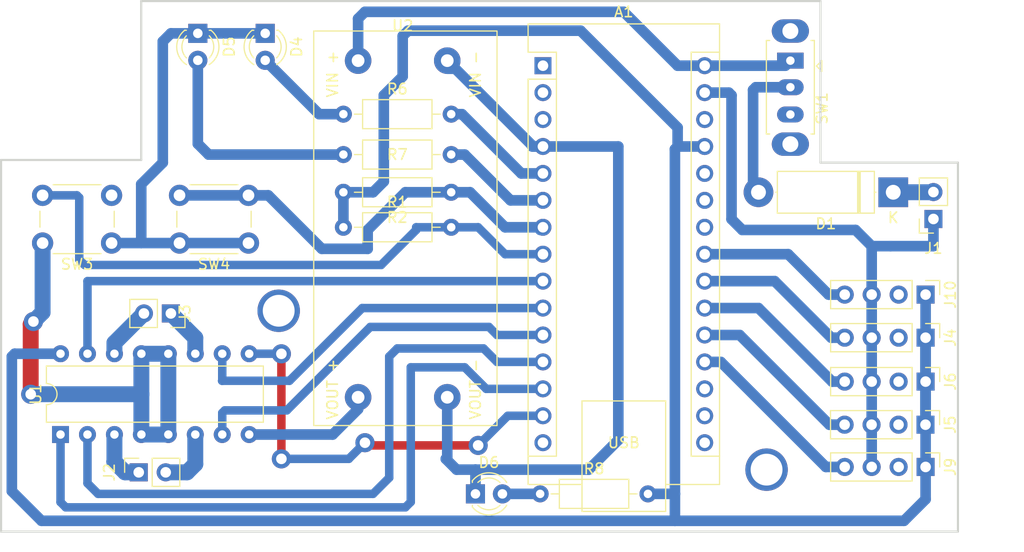
<source format=kicad_pcb>
(kicad_pcb (version 20221018) (generator pcbnew)
  (layers (0 "F.Cu" signal) (31 "B.Cu" signal) (34 "B.Paste" user) (35 "F.Paste" user) (36 "B.SilkS" user "B.Silkscreen") (37 "F.SilkS" user "F.Silkscreen") (38 "B.Mask" user) (39 "F.Mask" user) (44 "Edge.Cuts" user))
  (net 0 "")
  (net 4 "GND")
  (net 12 "/5v")
  (net 14 "/VIN")
  (net 15 "VCC")
  (net 16 "Net-(D1-K)")
  (net 17 "Net-(D4-A)")
  (net 18 "Net-(D5-A)")
  (net 19 "Net-(D6-A)")
  (net 20 "/L2")
  (net 21 "/L1")
  (net 23 "/EN1")
  (net 24 "/INA1")
  (net 25 "/INA2")
  (net 26 "/Vm")
  (net 27 "/EN2")
  (net 28 "/INB1")
  (net 29 "/B1")
  (net 30 "/B2")
  (net 31 "/INB2")
  (net 32 "/DATA1")
  (net 33 "/SHARP_I")
  (net 34 "/SHARP_C")
  (net 35 "/SHARP_D")
  (net 36 "/DATA2")
  (net 42 "/OUTA1")
  (net 43 "/OUTA2")
  (net 44 "/OUTB1")
  (net 45 "/OUTB2")
  (footprint "Connector_PinHeader_2.54mm:PinHeader_1x04_P2.54mm_Vertical" (layer "F.Cu") (at 239.522 69.088 -90)
    (fp_text reference "J9" (at 0 -2.33 90) (layer "F.SilkS"))
    (fp_text value "Conn_01x04_Male")
    (fp_line (start -1.33 -1.33) (end 0 -1.33) (stroke (width 0.12)) (layer "F.SilkS"))
    (fp_line (start -1.33 0) (end -1.33 -1.33) (stroke (width 0.12)) (layer "F.SilkS"))
    (fp_line (start -1.33 1.27) (end -1.33 8.95) (stroke (width 0.12)) (layer "F.SilkS"))
    (fp_line (start -1.33 1.27) (end 1.33 1.27) (stroke (width 0.12)) (layer "F.SilkS"))
    (fp_line (start -1.33 8.95) (end 1.33 8.95) (stroke (width 0.12)) (layer "F.SilkS"))
    (fp_line (start 1.33 1.27) (end 1.33 8.95) (stroke (width 0.12)) (layer "F.SilkS"))
    (pad "1" thru_hole rect (at 0 0 270) (size 1.7 1.7) (drill 1) (layers "*.Cu" "*.Mask") (net 12 "/5v"))
    (pad "2" thru_hole oval (at 0 2.54 270) (size 1.7 1.7) (drill 1) (layers "*.Cu" "*.Mask"))
    (pad "3" thru_hole oval (at 0 5.08 270) (size 1.7 1.7) (drill 1) (layers "*.Cu" "*.Mask") (net 4 "GND"))
    (pad "4" thru_hole oval (at 0 7.62 270) (size 1.7 1.7) (drill 1) (layers "*.Cu" "*.Mask") (net 32 "/DATA1"))
  )
  (footprint "Package_DIP:DIP-16_W7.62mm" (layer "F.Cu") (at 158.003 66.03 90)
    (fp_text reference "U1" (at 3.81 -2.33 90) (layer "F.SilkS"))
    (fp_text value "L293")
    (fp_line (start 1.16 -1.33) (end 1.16 19.11) (stroke (width 0.12)) (layer "F.SilkS"))
    (fp_line (start 1.16 19.11) (end 6.46 19.11) (stroke (width 0.12)) (layer "F.SilkS"))
    (fp_line (start 2.81 -1.33) (end 1.16 -1.33) (stroke (width 0.12)) (layer "F.SilkS"))
    (fp_line (start 6.46 -1.33) (end 4.81 -1.33) (stroke (width 0.12)) (layer "F.SilkS"))
    (fp_line (start 6.46 19.11) (end 6.46 -1.33) (stroke (width 0.12)) (layer "F.SilkS"))
    (fp_arc (start 4.81 -1.33) (mid 3.81 -0.33) (end 2.81 -1.33) (stroke (width 0.12)) (layer "F.SilkS"))
    (pad "1" thru_hole rect (at 0 0 90) (size 1.6 1.6) (drill 0.8) (layers "*.Cu" "*.Mask") (net 23 "/EN1"))
    (pad "2" thru_hole oval (at 0 2.54 90) (size 1.6 1.6) (drill 0.8) (layers "*.Cu" "*.Mask") (net 24 "/INA1"))
    (pad "3" thru_hole oval (at 0 5.08 90) (size 1.6 1.6) (drill 0.8) (layers "*.Cu" "*.Mask") (net 42 "/OUTA1"))
    (pad "4" thru_hole oval (at 0 7.62 90) (size 1.6 1.6) (drill 0.8) (layers "*.Cu" "*.Mask") (net 4 "GND"))
    (pad "5" thru_hole oval (at 0 10.16 90) (size 1.6 1.6) (drill 0.8) (layers "*.Cu" "*.Mask") (net 4 "GND"))
    (pad "6" thru_hole oval (at 0 12.7 90) (size 1.6 1.6) (drill 0.8) (layers "*.Cu" "*.Mask") (net 43 "/OUTA2"))
    (pad "7" thru_hole oval (at 0 15.24 90) (size 1.6 1.6) (drill 0.8) (layers "*.Cu" "*.Mask") (net 25 "/INA2"))
    (pad "8" thru_hole oval (at 0 17.78 90) (size 1.6 1.6) (drill 0.8) (layers "*.Cu" "*.Mask") (net 26 "/Vm"))
    (pad "9" thru_hole oval (at 7.62 17.78 90) (size 1.6 1.6) (drill 0.8) (layers "*.Cu" "*.Mask") (net 27 "/EN2"))
    (pad "10" thru_hole oval (at 7.62 15.24 90) (size 1.6 1.6) (drill 0.8) (layers "*.Cu" "*.Mask") (net 28 "/INB1"))
    (pad "11" thru_hole oval (at 7.62 12.7 90) (size 1.6 1.6) (drill 0.8) (layers "*.Cu" "*.Mask") (net 44 "/OUTB1"))
    (pad "12" thru_hole oval (at 7.62 10.16 90) (size 1.6 1.6) (drill 0.8) (layers "*.Cu" "*.Mask") (net 4 "GND"))
    (pad "13" thru_hole oval (at 7.62 7.62 90) (size 1.6 1.6) (drill 0.8) (layers "*.Cu" "*.Mask") (net 4 "GND"))
    (pad "14" thru_hole oval (at 7.62 5.08 90) (size 1.6 1.6) (drill 0.8) (layers "*.Cu" "*.Mask") (net 45 "/OUTB2"))
    (pad "15" thru_hole oval (at 7.62 2.54 90) (size 1.6 1.6) (drill 0.8) (layers "*.Cu" "*.Mask") (net 31 "/INB2"))
    (pad "16" thru_hole oval (at 7.62 0 90) (size 1.6 1.6) (drill 0.8) (layers "*.Cu" "*.Mask") (net 12 "/5v"))
  )
  (footprint "propios:MT3608" (layer "F.Cu") (at 190.246 27.9715)
    (fp_text reference "U2" (at 0 -0.5 unlocked) (layer "F.SilkS"))
    (fp_text value "Mt3608")
    (fp_text user "VIN -" (at 6.858 4.064 90 unlocked) (layer "F.SilkS"))
    (fp_text user "VOUT +" (at -6.604 33.782 90 unlocked) (layer "F.SilkS"))
    (fp_text user "VOUT -" (at 6.858 33.782 90 unlocked) (layer "F.SilkS"))
    (fp_text user "VIN +" (at -6.604 4.064 90 unlocked) (layer "F.SilkS"))
    (fp_rect (start -8.382 0) (end 8.89 37.211) (stroke (width 0.12)) (fill none) (layer "F.SilkS"))
    (pad "1" thru_hole circle (at -4.2 2.794) (size 2.5 2.5) (drill 1.2) (layers "*.Cu" "*.Mask") (net 14 "/VIN"))
    (pad "2" thru_hole circle (at -4.2 34.544) (size 2.5 2.5) (drill 1.2) (layers "*.Cu" "*.Mask") (net 26 "/Vm"))
    (pad "3" thru_hole circle (at 4.2 2.794) (size 2.5 2.5) (drill 1.2) (layers "*.Cu" "*.Mask") (net 4 "GND"))
    (pad "4" thru_hole circle (at 4.2 34.544) (size 2.5 2.5) (drill 1.2) (layers "*.Cu" "*.Mask") (net 4 "GND"))
  )
  (footprint "LED_THT:LED_D3.0mm" (layer "F.Cu") (at 170.942 28.194 -90)
    (fp_text reference "D5" (at 1.27 -2.96 90) (layer "F.SilkS"))
    (fp_text value "LED")
    (fp_line (start -0.29 -1.236) (end -0.29 -1.08) (stroke (width 0.12)) (layer "F.SilkS"))
    (fp_line (start -0.29 1.08) (end -0.29 1.236) (stroke (width 0.12)) (layer "F.SilkS"))
    (fp_arc (start -0.29 -1.235516) (mid 1.366487 -1.987659) (end 2.942335 -1.078608) (stroke (width 0.12)) (layer "F.SilkS"))
    (fp_arc (start 0.229039 -1.08) (mid 1.270117 -1.5) (end 2.31113 -1.079837) (stroke (width 0.12)) (layer "F.SilkS"))
    (fp_arc (start 2.31113 1.079837) (mid 1.270117 1.5) (end 0.229039 1.08) (stroke (width 0.12)) (layer "F.SilkS"))
    (fp_arc (start 2.942335 1.078608) (mid 1.366487 1.987659) (end -0.29 1.235516) (stroke (width 0.12)) (layer "F.SilkS"))
    (pad "1" thru_hole rect (at 0 0 270) (size 1.8 1.8) (drill 0.9) (layers "*.Cu" "*.Mask") (net 4 "GND"))
    (pad "2" thru_hole circle (at 2.54 0 270) (size 1.8 1.8) (drill 0.9) (layers "*.Cu" "*.Mask") (net 18 "Net-(D5-A)"))
  )
  (footprint "Resistor_THT:R_Axial_DIN0207_L6.3mm_D2.5mm_P10.16mm_Horizontal" (layer "F.Cu") (at 194.818 43.18 180)
    (fp_text reference "R2" (at 5.08 -2.37) (layer "F.SilkS"))
    (fp_text value "R" hide)
    (fp_line (start 1.04 0) (end 1.81 0) (stroke (width 0.12)) (layer "F.SilkS"))
    (fp_line (start 1.81 -1.37) (end 1.81 1.37) (stroke (width 0.12)) (layer "F.SilkS"))
    (fp_line (start 1.81 1.37) (end 8.35 1.37) (stroke (width 0.12)) (layer "F.SilkS"))
    (fp_line (start 8.35 -1.37) (end 1.81 -1.37) (stroke (width 0.12)) (layer "F.SilkS"))
    (fp_line (start 8.35 1.37) (end 8.35 -1.37) (stroke (width 0.12)) (layer "F.SilkS"))
    (fp_line (start 9.12 0) (end 8.35 0) (stroke (width 0.12)) (layer "F.SilkS"))
    (pad "1" thru_hole circle (at 0 0 180) (size 1.6 1.6) (drill 0.8) (layers "*.Cu" "*.Mask") (net 30 "/B2"))
    (pad "2" thru_hole oval (at 10.16 0 180) (size 1.6 1.6) (drill 0.8) (layers "*.Cu" "*.Mask") (net 12 "/5v"))
  )
  (footprint "" (layer "F.Cu") (at 178.562 54.356)
    (fp_text reference "" (at 0 0) (layer "F.SilkS") (effects (font (size 1.27 1.27))))
    (fp_text value "" (at 0 0) (layer "F.SilkS") (effects (font (size 1.27 1.27))))
    (pad "1" thru_hole circle (at 0 0) (size 4 4) (drill 3) (layers "*.Cu" "*.Mask"))
  )
  (footprint "Connector_PinHeader_2.54mm:PinHeader_1x04_P2.54mm_Vertical" (layer "F.Cu") (at 239.522 61.038 -90)
    (fp_text reference "J6" (at 0 -2.33 90) (layer "F.SilkS"))
    (fp_text value "Conn_01x04_Male")
    (fp_line (start -1.33 -1.33) (end 0 -1.33) (stroke (width 0.12)) (layer "F.SilkS"))
    (fp_line (start -1.33 0) (end -1.33 -1.33) (stroke (width 0.12)) (layer "F.SilkS"))
    (fp_line (start -1.33 1.27) (end -1.33 8.95) (stroke (width 0.12)) (layer "F.SilkS"))
    (fp_line (start -1.33 1.27) (end 1.33 1.27) (stroke (width 0.12)) (layer "F.SilkS"))
    (fp_line (start -1.33 8.95) (end 1.33 8.95) (stroke (width 0.12)) (layer "F.SilkS"))
    (fp_line (start 1.33 1.27) (end 1.33 8.95) (stroke (width 0.12)) (layer "F.SilkS"))
    (pad "1" thru_hole rect (at 0 0 270) (size 1.7 1.7) (drill 1) (layers "*.Cu" "*.Mask") (net 12 "/5v"))
    (pad "2" thru_hole oval (at 0 2.54 270) (size 1.7 1.7) (drill 1) (layers "*.Cu" "*.Mask"))
    (pad "3" thru_hole oval (at 0 5.08 270) (size 1.7 1.7) (drill 1) (layers "*.Cu" "*.Mask") (net 4 "GND"))
    (pad "4" thru_hole oval (at 0 7.62 270) (size 1.7 1.7) (drill 1) (layers "*.Cu" "*.Mask") (net 34 "/SHARP_C"))
  )
  (footprint "Diode_THT:D_5W_P12.70mm_Horizontal" (layer "F.Cu") (at 236.474 43.18 180)
    (fp_text reference "D1" (at 6.35 -2.97) (layer "F.SilkS"))
    (fp_text value "type=\"D\" model=\"DIODE\" lib=\"\"")
    (fp_text user "K" (at 0 -2.4) (layer "F.SilkS"))
    (fp_line (start 1.64 0) (end 1.78 0) (stroke (width 0.12)) (layer "F.SilkS"))
    (fp_line (start 1.78 -1.97) (end 1.78 1.97) (stroke (width 0.12)) (layer "F.SilkS"))
    (fp_line (start 1.78 1.97) (end 10.92 1.97) (stroke (width 0.12)) (layer "F.SilkS"))
    (fp_line (start 3.115 -1.97) (end 3.115 1.97) (stroke (width 0.12)) (layer "F.SilkS"))
    (fp_line (start 3.235 -1.97) (end 3.235 1.97) (stroke (width 0.12)) (layer "F.SilkS"))
    (fp_line (start 3.355 -1.97) (end 3.355 1.97) (stroke (width 0.12)) (layer "F.SilkS"))
    (fp_line (start 10.92 -1.97) (end 1.78 -1.97) (stroke (width 0.12)) (layer "F.SilkS"))
    (fp_line (start 10.92 1.97) (end 10.92 -1.97) (stroke (width 0.12)) (layer "F.SilkS"))
    (fp_line (start 11.06 0) (end 10.92 0) (stroke (width 0.12)) (layer "F.SilkS"))
    (pad "1" thru_hole rect (at 0 0 180) (size 2.8 2.8) (drill 1.4) (layers "*.Cu" "*.Mask") (net 15 "VCC"))
    (pad "2" thru_hole oval (at 12.7 0 180) (size 2.8 2.8) (drill 1.4) (layers "*.Cu" "*.Mask") (net 16 "Net-(D1-K)"))
  )
  (footprint "Resistor_THT:R_Axial_DIN0207_L6.3mm_D2.5mm_P10.16mm_Horizontal" (layer "F.Cu") (at 184.658 39.624)
    (fp_text reference "R7" (at 5.08 0) (layer "F.SilkS"))
    (fp_text value "1000")
    (fp_line (start 1.04 0) (end 1.81 0) (stroke (width 0.12)) (layer "F.SilkS"))
    (fp_line (start 1.81 -1.37) (end 1.81 1.37) (stroke (width 0.12)) (layer "F.SilkS"))
    (fp_line (start 1.81 1.37) (end 8.35 1.37) (stroke (width 0.12)) (layer "F.SilkS"))
    (fp_line (start 8.35 -1.37) (end 1.81 -1.37) (stroke (width 0.12)) (layer "F.SilkS"))
    (fp_line (start 8.35 1.37) (end 8.35 -1.37) (stroke (width 0.12)) (layer "F.SilkS"))
    (fp_line (start 9.12 0) (end 8.35 0) (stroke (width 0.12)) (layer "F.SilkS"))
    (pad "1" thru_hole circle (at 0 0) (size 1.6 1.6) (drill 0.8) (layers "*.Cu" "*.Mask") (net 18 "Net-(D5-A)"))
    (pad "2" thru_hole oval (at 10.16 0) (size 1.6 1.6) (drill 0.8) (layers "*.Cu" "*.Mask") (net 21 "/L1"))
  )
  (footprint "Button_Switch_THT:SW_Slide_1P2T_CK_OS102011MS2Q" (layer "F.Cu") (at 226.7785 31.274 -90)
    (fp_text reference "SW1" (at 3.99 -2.99 90) (layer "F.SilkS"))
    (fp_text value "SW_DPDT_x2")
    (fp_line (start -2.41 -2.26) (end 6.41 -2.26) (stroke (width 0.12)) (layer "F.SilkS"))
    (fp_line (start -2.41 -1.95) (end -2.41 -2.26) (stroke (width 0.12)) (layer "F.SilkS"))
    (fp_line (start -2.41 2.26) (end -2.41 1.95) (stroke (width 0.12)) (layer "F.SilkS"))
    (fp_line (start -0.5 -2.96) (end 0 -2.46) (stroke (width 0.12)) (layer "F.SilkS"))
    (fp_line (start 0 -2.46) (end 0.5 -2.96) (stroke (width 0.12)) (layer "F.SilkS"))
    (fp_line (start 0.5 -2.96) (end -0.5 -2.96) (stroke (width 0.12)) (layer "F.SilkS"))
    (fp_line (start 6.41 -2.26) (end 6.41 -1.95) (stroke (width 0.12)) (layer "F.SilkS"))
    (fp_line (start 6.41 2.26) (end -2.41 2.26) (stroke (width 0.12)) (layer "F.SilkS"))
    (fp_line (start 6.41 2.26) (end 6.41 1.95) (stroke (width 0.12)) (layer "F.SilkS"))
    (pad "" thru_hole oval (at -3.302 0 270) (size 2.2 3.5) (drill 1.5) (layers "*.Cu" "*.Mask"))
    (pad "" thru_hole oval (at 7.366 0 270) (size 2.2 3.5) (drill 1.5) (layers "*.Cu" "*.Mask"))
    (pad "1" thru_hole rect (at -0.508 0 270) (size 1.5 2.5) (drill 0.8) (layers "*.Cu" "*.Mask") (net 14 "/VIN"))
    (pad "2" thru_hole oval (at 2 0 270) (size 1.5 2.5) (drill 0.8) (layers "*.Cu" "*.Mask") (net 16 "Net-(D1-K)"))
    (pad "3" thru_hole oval (at 4.572 0 270) (size 1.5 2.5) (drill 0.8) (layers "*.Cu" "*.Mask"))
  )
  (footprint "Connector_PinHeader_2.54mm:PinHeader_1x04_P2.54mm_Vertical" (layer "F.Cu") (at 239.522 52.832 -90)
    (fp_text reference "J10" (at 0 -2.33 90) (layer "F.SilkS"))
    (fp_text value "Conn_01x04_Male")
    (fp_line (start -1.33 -1.33) (end 0 -1.33) (stroke (width 0.12)) (layer "F.SilkS"))
    (fp_line (start -1.33 0) (end -1.33 -1.33) (stroke (width 0.12)) (layer "F.SilkS"))
    (fp_line (start -1.33 1.27) (end -1.33 8.95) (stroke (width 0.12)) (layer "F.SilkS"))
    (fp_line (start -1.33 1.27) (end 1.33 1.27) (stroke (width 0.12)) (layer "F.SilkS"))
    (fp_line (start -1.33 8.95) (end 1.33 8.95) (stroke (width 0.12)) (layer "F.SilkS"))
    (fp_line (start 1.33 1.27) (end 1.33 8.95) (stroke (width 0.12)) (layer "F.SilkS"))
    (pad "1" thru_hole rect (at 0 0 270) (size 1.7 1.7) (drill 1) (layers "*.Cu" "*.Mask") (net 12 "/5v"))
    (pad "2" thru_hole oval (at 0 2.54 270) (size 1.7 1.7) (drill 1) (layers "*.Cu" "*.Mask"))
    (pad "3" thru_hole oval (at 0 5.08 270) (size 1.7 1.7) (drill 1) (layers "*.Cu" "*.Mask") (net 4 "GND"))
    (pad "4" thru_hole oval (at 0 7.62 270) (size 1.7 1.7) (drill 1) (layers "*.Cu" "*.Mask") (net 36 "/DATA2"))
  )
  (footprint "Connector_PinHeader_2.54mm:PinHeader_1x04_P2.54mm_Vertical" (layer "F.Cu") (at 239.512 65.102 -90)
    (fp_text reference "J5" (at 0 -2.33 90) (layer "F.SilkS"))
    (fp_text value "Conn_01x04_Male")
    (fp_line (start -1.33 -1.33) (end 0 -1.33) (stroke (width 0.12)) (layer "F.SilkS"))
    (fp_line (start -1.33 0) (end -1.33 -1.33) (stroke (width 0.12)) (layer "F.SilkS"))
    (fp_line (start -1.33 1.27) (end -1.33 8.95) (stroke (width 0.12)) (layer "F.SilkS"))
    (fp_line (start -1.33 1.27) (end 1.33 1.27) (stroke (width 0.12)) (layer "F.SilkS"))
    (fp_line (start -1.33 8.95) (end 1.33 8.95) (stroke (width 0.12)) (layer "F.SilkS"))
    (fp_line (start 1.33 1.27) (end 1.33 8.95) (stroke (width 0.12)) (layer "F.SilkS"))
    (pad "1" thru_hole rect (at 0 0 270) (size 1.7 1.7) (drill 1) (layers "*.Cu" "*.Mask") (net 12 "/5v"))
    (pad "2" thru_hole oval (at 0 2.54 270) (size 1.7 1.7) (drill 1) (layers "*.Cu" "*.Mask"))
    (pad "3" thru_hole oval (at 0 5.08 270) (size 1.7 1.7) (drill 1) (layers "*.Cu" "*.Mask") (net 4 "GND"))
    (pad "4" thru_hole oval (at 0 7.62 270) (size 1.7 1.7) (drill 1) (layers "*.Cu" "*.Mask") (net 33 "/SHARP_I"))
  )
  (footprint "Connector_PinSocket_2.54mm:PinSocket_1x02_P2.54mm_Vertical" (layer "F.Cu") (at 240.259 45.7 180)
    (fp_text reference "J1" (at 0 -2.77) (layer "F.SilkS"))
    (fp_text value "Screw_Terminal_01x02")
    (fp_line (start -1.33 1.27) (end -1.33 3.87) (stroke (width 0.12)) (layer "F.SilkS"))
    (fp_line (start -1.33 1.27) (end 1.33 1.27) (stroke (width 0.12)) (layer "F.SilkS"))
    (fp_line (start -1.33 3.87) (end 1.33 3.87) (stroke (width 0.12)) (layer "F.SilkS"))
    (fp_line (start 0 -1.33) (end 1.33 -1.33) (stroke (width 0.12)) (layer "F.SilkS"))
    (fp_line (start 1.33 -1.33) (end 1.33 0) (stroke (width 0.12)) (layer "F.SilkS"))
    (fp_line (start 1.33 1.27) (end 1.33 3.87) (stroke (width 0.12)) (layer "F.SilkS"))
    (pad "1" thru_hole rect (at 0 0 180) (size 1.7 1.7) (drill 1) (layers "*.Cu" "*.Mask") (net 4 "GND"))
    (pad "2" thru_hole oval (at 0 2.54 180) (size 1.7 1.7) (drill 1) (layers "*.Cu" "*.Mask") (net 15 "VCC"))
  )
  (footprint "Resistor_THT:R_Axial_DIN0207_L6.3mm_D2.5mm_P10.16mm_Horizontal" (layer "F.Cu") (at 184.658 46.482)
    (fp_text reference "R1" (at 5.08 -2.37) (layer "F.SilkS"))
    (fp_text value "R" hide)
    (fp_line (start 1.04 0) (end 1.81 0) (stroke (width 0.12)) (layer "F.SilkS"))
    (fp_line (start 1.81 -1.37) (end 1.81 1.37) (stroke (width 0.12)) (layer "F.SilkS"))
    (fp_line (start 1.81 1.37) (end 8.35 1.37) (stroke (width 0.12)) (layer "F.SilkS"))
    (fp_line (start 8.35 -1.37) (end 1.81 -1.37) (stroke (width 0.12)) (layer "F.SilkS"))
    (fp_line (start 8.35 1.37) (end 8.35 -1.37) (stroke (width 0.12)) (layer "F.SilkS"))
    (fp_line (start 9.12 0) (end 8.35 0) (stroke (width 0.12)) (layer "F.SilkS"))
    (pad "1" thru_hole circle (at 0 0) (size 1.6 1.6) (drill 0.8) (layers "*.Cu" "*.Mask") (net 12 "/5v"))
    (pad "2" thru_hole oval (at 10.16 0) (size 1.6 1.6) (drill 0.8) (layers "*.Cu" "*.Mask") (net 29 "/B1"))
  )
  (footprint "Connector_PinSocket_2.54mm:PinSocket_1x02_P2.54mm_Vertical" (layer "F.Cu") (at 165.374 69.596 90)
    (fp_text reference "J2" (at 0 -2.77 90) (layer "F.SilkS"))
    (fp_text value "Conn_01x02_Socket")
    (fp_line (start -1.33 1.27) (end -1.33 3.87) (stroke (width 0.12)) (layer "F.SilkS"))
    (fp_line (start -1.33 1.27) (end 1.33 1.27) (stroke (width 0.12)) (layer "F.SilkS"))
    (fp_line (start -1.33 3.87) (end 1.33 3.87) (stroke (width 0.12)) (layer "F.SilkS"))
    (fp_line (start 0 -1.33) (end 1.33 -1.33) (stroke (width 0.12)) (layer "F.SilkS"))
    (fp_line (start 1.33 -1.33) (end 1.33 0) (stroke (width 0.12)) (layer "F.SilkS"))
    (fp_line (start 1.33 1.27) (end 1.33 3.87) (stroke (width 0.12)) (layer "F.SilkS"))
    (pad "1" thru_hole rect (at 0 0 90) (size 1.7 1.7) (drill 1) (layers "*.Cu" "*.Mask") (net 42 "/OUTA1"))
    (pad "2" thru_hole oval (at 0 2.54 90) (size 1.7 1.7) (drill 1) (layers "*.Cu" "*.Mask") (net 43 "/OUTA2"))
  )
  (footprint "Connector_PinSocket_2.54mm:PinSocket_1x02_P2.54mm_Vertical" (layer "F.Cu") (at 168.402 54.61 -90)
    (fp_text reference "J3" (at 0 -1.33 90) (layer "F.SilkS"))
    (fp_text value "Conn_01x02_Socket")
    (fp_line (start -1.33 1.27) (end -1.33 3.87) (stroke (width 0.12)) (layer "F.SilkS"))
    (fp_line (start -1.33 1.27) (end 1.33 1.27) (stroke (width 0.12)) (layer "F.SilkS"))
    (fp_line (start -1.33 3.87) (end 1.33 3.87) (stroke (width 0.12)) (layer "F.SilkS"))
    (fp_line (start 0 -1.33) (end 1.33 -1.33) (stroke (width 0.12)) (layer "F.SilkS"))
    (fp_line (start 1.33 -1.33) (end 1.33 0) (stroke (width 0.12)) (layer "F.SilkS"))
    (fp_line (start 1.33 1.27) (end 1.33 3.87) (stroke (width 0.12)) (layer "F.SilkS"))
    (pad "1" thru_hole rect (at 0 0 270) (size 1.7 1.7) (drill 1) (layers "*.Cu" "*.Mask") (net 44 "/OUTB1"))
    (pad "2" thru_hole oval (at 0 2.54 270) (size 1.7 1.7) (drill 1) (layers "*.Cu" "*.Mask") (net 45 "/OUTB2"))
  )
  (footprint "Resistor_THT:R_Axial_DIN0207_L6.3mm_D2.5mm_P10.16mm_Horizontal" (layer "F.Cu") (at 184.658 35.814)
    (fp_text reference "R6" (at 5.08 -2.37) (layer "F.SilkS"))
    (fp_text value "1000")
    (fp_line (start 1.04 0) (end 1.81 0) (stroke (width 0.12)) (layer "F.SilkS"))
    (fp_line (start 1.81 -1.37) (end 1.81 1.37) (stroke (width 0.12)) (layer "F.SilkS"))
    (fp_line (start 1.81 1.37) (end 8.35 1.37) (stroke (width 0.12)) (layer "F.SilkS"))
    (fp_line (start 8.35 -1.37) (end 1.81 -1.37) (stroke (width 0.12)) (layer "F.SilkS"))
    (fp_line (start 8.35 1.37) (end 8.35 -1.37) (stroke (width 0.12)) (layer "F.SilkS"))
    (fp_line (start 9.12 0) (end 8.35 0) (stroke (width 0.12)) (layer "F.SilkS"))
    (pad "1" thru_hole circle (at 0 0) (size 1.6 1.6) (drill 0.8) (layers "*.Cu" "*.Mask") (net 17 "Net-(D4-A)"))
    (pad "2" thru_hole oval (at 10.16 0) (size 1.6 1.6) (drill 0.8) (layers "*.Cu" "*.Mask") (net 20 "/L2"))
  )
  (footprint "Button_Switch_THT:SW_PUSH_6mm" (layer "F.Cu") (at 175.716 47.97 180)
    (fp_text reference "SW4" (at 3.25 -2) (layer "F.SilkS"))
    (fp_text value "SW_Push")
    (fp_line (start -0.25 1.5) (end -0.25 3) (stroke (width 0.12)) (layer "F.SilkS"))
    (fp_line (start 1 5.5) (end 5.5 5.5) (stroke (width 0.12)) (layer "F.SilkS"))
    (fp_line (start 5.5 -1) (end 1 -1) (stroke (width 0.12)) (layer "F.SilkS"))
    (fp_line (start 6.75 3) (end 6.75 1.5) (stroke (width 0.12)) (layer "F.SilkS"))
    (pad "1" thru_hole circle (at 0 0 270) (size 2 2) (drill 1.1) (layers "*.Cu" "*.Mask") (net 4 "GND"))
    (pad "1" thru_hole circle (at 6.5 0 270) (size 2 2) (drill 1.1) (layers "*.Cu" "*.Mask") (net 4 "GND"))
    (pad "2" thru_hole circle (at 0 4.5 270) (size 2 2) (drill 1.1) (layers "*.Cu" "*.Mask") (net 30 "/B2"))
    (pad "2" thru_hole circle (at 6.5 4.5 270) (size 2 2) (drill 1.1) (layers "*.Cu" "*.Mask") (net 30 "/B2"))
  )
  (footprint "Resistor_THT:R_Axial_DIN0207_L6.3mm_D2.5mm_P10.16mm_Horizontal" (layer "F.Cu") (at 203.2 71.628)
    (fp_text reference "R8" (at 5.08 -2.37) (layer "F.SilkS"))
    (fp_text value "1000")
    (fp_line (start 1.04 0) (end 1.81 0) (stroke (width 0.12)) (layer "F.SilkS"))
    (fp_line (start 1.81 -1.37) (end 1.81 1.37) (stroke (width 0.12)) (layer "F.SilkS"))
    (fp_line (start 1.81 1.37) (end 8.35 1.37) (stroke (width 0.12)) (layer "F.SilkS"))
    (fp_line (start 8.35 -1.37) (end 1.81 -1.37) (stroke (width 0.12)) (layer "F.SilkS"))
    (fp_line (start 8.35 1.37) (end 8.35 -1.37) (stroke (width 0.12)) (layer "F.SilkS"))
    (fp_line (start 9.12 0) (end 8.35 0) (stroke (width 0.12)) (layer "F.SilkS"))
    (pad "1" thru_hole circle (at 0 0) (size 1.6 1.6) (drill 0.8) (layers "*.Cu" "*.Mask") (net 19 "Net-(D6-A)"))
    (pad "2" thru_hole oval (at 10.16 0) (size 1.6 1.6) (drill 0.8) (layers "*.Cu" "*.Mask") (net 12 "/5v"))
  )
  (footprint "Button_Switch_THT:SW_PUSH_6mm" (layer "F.Cu") (at 162.814 47.97 180)
    (fp_text reference "SW3" (at 3.25 -2) (layer "F.SilkS"))
    (fp_text value "SW_Push")
    (fp_line (start -0.25 1.5) (end -0.25 3) (stroke (width 0.12)) (layer "F.SilkS"))
    (fp_line (start 1 5.5) (end 5.5 5.5) (stroke (width 0.12)) (layer "F.SilkS"))
    (fp_line (start 5.5 -1) (end 1 -1) (stroke (width 0.12)) (layer "F.SilkS"))
    (fp_line (start 6.75 3) (end 6.75 1.5) (stroke (width 0.12)) (layer "F.SilkS"))
    (pad "1" thru_hole circle (at 0 0 270) (size 2 2) (drill 1.1) (layers "*.Cu" "*.Mask") (net 4 "GND"))
    (pad "1" thru_hole circle (at 6.5 0 270) (size 2 2) (drill 1.1) (layers "*.Cu" "*.Mask") (net 4 "GND"))
    (pad "2" thru_hole circle (at 0 4.5 270) (size 2 2) (drill 1.1) (layers "*.Cu" "*.Mask") (net 29 "/B1"))
    (pad "2" thru_hole circle (at 6.5 4.5 270) (size 2 2) (drill 1.1) (layers "*.Cu" "*.Mask") (net 29 "/B1"))
  )
  (footprint "LED_THT:LED_D3.0mm" (layer "F.Cu") (at 177.292 28.194 -90)
    (fp_text reference "D4" (at 1.27 -2.96 90) (layer "F.SilkS"))
    (fp_text value "LED")
    (fp_line (start -0.29 -1.236) (end -0.29 -1.08) (stroke (width 0.12)) (layer "F.SilkS"))
    (fp_line (start -0.29 1.08) (end -0.29 1.236) (stroke (width 0.12)) (layer "F.SilkS"))
    (fp_arc (start -0.29 -1.235516) (mid 1.366487 -1.987659) (end 2.942335 -1.078608) (stroke (width 0.12)) (layer "F.SilkS"))
    (fp_arc (start 0.229039 -1.08) (mid 1.270117 -1.5) (end 2.31113 -1.079837) (stroke (width 0.12)) (layer "F.SilkS"))
    (fp_arc (start 2.31113 1.079837) (mid 1.270117 1.5) (end 0.229039 1.08) (stroke (width 0.12)) (layer "F.SilkS"))
    (fp_arc (start 2.942335 1.078608) (mid 1.366487 1.987659) (end -0.29 1.235516) (stroke (width 0.12)) (layer "F.SilkS"))
    (pad "1" thru_hole rect (at 0 0 270) (size 1.8 1.8) (drill 0.9) (layers "*.Cu" "*.Mask") (net 4 "GND"))
    (pad "2" thru_hole circle (at 2.54 0 270) (size 1.8 1.8) (drill 0.9) (layers "*.Cu" "*.Mask") (net 17 "Net-(D4-A)"))
  )
  (footprint "" (layer "F.Cu") (at 224.536 69.342)
    (fp_text reference "" (at 0 0) (layer "F.SilkS") (effects (font (size 1.27 1.27))))
    (fp_text value "" (at 0 0) (layer "F.SilkS") (effects (font (size 1.27 1.27))))
    (pad "1" thru_hole circle (at 0 0) (size 4 4) (drill 3) (layers "*.Cu" "*.Mask"))
  )
  (footprint "LED_THT:LED_D3.0mm" (layer "F.Cu") (at 197.104 71.628)
    (fp_text reference "D6" (at 1.27 -2.96) (layer "F.SilkS"))
    (fp_text value "LED")
    (fp_line (start -0.29 -1.236) (end -0.29 -1.08) (stroke (width 0.12)) (layer "F.SilkS"))
    (fp_line (start -0.29 1.08) (end -0.29 1.236) (stroke (width 0.12)) (layer "F.SilkS"))
    (fp_arc (start -0.29 -1.235516) (mid 1.366487 -1.987659) (end 2.942335 -1.078608) (stroke (width 0.12)) (layer "F.SilkS"))
    (fp_arc (start 0.229039 -1.08) (mid 1.270117 -1.5) (end 2.31113 -1.079837) (stroke (width 0.12)) (layer "F.SilkS"))
    (fp_arc (start 2.31113 1.079837) (mid 1.270117 1.5) (end 0.229039 1.08) (stroke (width 0.12)) (layer "F.SilkS"))
    (fp_arc (start 2.942335 1.078608) (mid 1.366487 1.987659) (end -0.29 1.235516) (stroke (width 0.12)) (layer "F.SilkS"))
    (pad "1" thru_hole rect (at 0 0) (size 1.8 1.8) (drill 0.9) (layers "*.Cu" "*.Mask") (net 4 "GND"))
    (pad "2" thru_hole circle (at 2.54 0) (size 1.8 1.8) (drill 0.9) (layers "*.Cu" "*.Mask") (net 19 "Net-(D6-A)"))
  )
  (footprint "Module:Arduino_Nano" (layer "F.Cu") (at 203.464 31.242)
    (fp_text reference "A1" (at 7.62 -5.08) (layer "F.SilkS"))
    (fp_text value "Arduino_Nano_v3.x")
    (fp_text user "USB" (at 7.62 35.56 unlocked) (layer "F.SilkS"))
    (fp_line (start -1.4 -3.94) (end -1.4 -1.27) (stroke (width 0.12)) (layer "F.SilkS"))
    (fp_line (start -1.4 1.27) (end -1.4 39.5) (stroke (width 0.12)) (layer "F.SilkS"))
    (fp_line (start -1.4 39.5) (end 3.68 39.5) (stroke (width 0.12)) (layer "F.SilkS"))
    (fp_line (start 1.27 -1.27) (end -1.4 -1.27) (stroke (width 0.12)) (layer "F.SilkS"))
    (fp_line (start 1.27 1.27) (end -1.4 1.27) (stroke (width 0.12)) (layer "F.SilkS"))
    (fp_line (start 1.27 1.27) (end 1.27 -1.27) (stroke (width 0.12)) (layer "F.SilkS"))
    (fp_line (start 1.27 1.27) (end 1.27 36.83) (stroke (width 0.12)) (layer "F.SilkS"))
    (fp_line (start 1.27 36.83) (end -1.4 36.83) (stroke (width 0.12)) (layer "F.SilkS"))
    (fp_line (start 3.68 31.62) (end 11.56 31.62) (stroke (width 0.12)) (layer "F.SilkS"))
    (fp_line (start 3.68 42.04) (end 3.68 31.62) (stroke (width 0.12)) (layer "F.SilkS"))
    (fp_line (start 11.56 31.62) (end 11.56 42.04) (stroke (width 0.12)) (layer "F.SilkS"))
    (fp_line (start 11.56 42.04) (end 3.68 42.04) (stroke (width 0.12)) (layer "F.SilkS"))
    (fp_line (start 13.97 -1.27) (end 13.97 36.83) (stroke (width 0.12)) (layer "F.SilkS"))
    (fp_line (start 13.97 -1.27) (end 16.64 -1.27) (stroke (width 0.12)) (layer "F.SilkS"))
    (fp_line (start 13.97 36.83) (end 16.64 36.83) (stroke (width 0.12)) (layer "F.SilkS"))
    (fp_line (start 16.64 -3.94) (end -1.4 -3.94) (stroke (width 0.12)) (layer "F.SilkS"))
    (fp_line (start 16.64 39.5) (end 11.56 39.5) (stroke (width 0.12)) (layer "F.SilkS"))
    (fp_line (start 16.64 39.5) (end 16.64 -3.94) (stroke (width 0.12)) (layer "F.SilkS"))
    (pad "1" thru_hole rect (at 0 0) (size 1.6 1.6) (drill 1) (layers "*.Cu" "*.Mask"))
    (pad "2" thru_hole oval (at 0 2.54) (size 1.6 1.6) (drill 1) (layers "*.Cu" "*.Mask"))
    (pad "3" thru_hole oval (at 0 5.08) (size 1.6 1.6) (drill 1) (layers "*.Cu" "*.Mask"))
    (pad "4" thru_hole oval (at 0 7.62) (size 1.6 1.6) (drill 1) (layers "*.Cu" "*.Mask") (net 4 "GND"))
    (pad "5" thru_hole oval (at 0 10.16) (size 1.6 1.6) (drill 1) (layers "*.Cu" "*.Mask") (net 20 "/L2"))
    (pad "6" thru_hole oval (at 0 12.7) (size 1.6 1.6) (drill 1) (layers "*.Cu" "*.Mask") (net 21 "/L1"))
    (pad "7" thru_hole oval (at 0 15.24) (size 1.6 1.6) (drill 1) (layers "*.Cu" "*.Mask") (net 30 "/B2"))
    (pad "8" thru_hole oval (at 0 17.78) (size 1.6 1.6) (drill 1) (layers "*.Cu" "*.Mask") (net 29 "/B1"))
    (pad "9" thru_hole oval (at 0 20.32) (size 1.6 1.6) (drill 1) (layers "*.Cu" "*.Mask") (net 31 "/INB2"))
    (pad "10" thru_hole oval (at 0 22.86) (size 1.6 1.6) (drill 1) (layers "*.Cu" "*.Mask") (net 28 "/INB1"))
    (pad "11" thru_hole oval (at 0 25.4) (size 1.6 1.6) (drill 1) (layers "*.Cu" "*.Mask") (net 25 "/INA2"))
    (pad "12" thru_hole oval (at 0 27.94) (size 1.6 1.6) (drill 1) (layers "*.Cu" "*.Mask") (net 24 "/INA1"))
    (pad "13" thru_hole oval (at 0 30.48) (size 1.6 1.6) (drill 1) (layers "*.Cu" "*.Mask") (net 23 "/EN1"))
    (pad "14" thru_hole oval (at 0 33.02) (size 1.6 1.6) (drill 1) (layers "*.Cu" "*.Mask") (net 27 "/EN2"))
    (pad "15" thru_hole oval (at 0 35.56) (size 1.6 1.6) (drill 1) (layers "*.Cu" "*.Mask"))
    (pad "16" thru_hole oval (at 15.24 35.56) (size 1.6 1.6) (drill 1) (layers "*.Cu" "*.Mask"))
    (pad "17" thru_hole oval (at 15.24 33.02) (size 1.6 1.6) (drill 1) (layers "*.Cu" "*.Mask"))
    (pad "18" thru_hole oval (at 15.24 30.48) (size 1.6 1.6) (drill 1) (layers "*.Cu" "*.Mask"))
    (pad "19" thru_hole oval (at 15.24 27.94) (size 1.6 1.6) (drill 1) (layers "*.Cu" "*.Mask") (net 32 "/DATA1"))
    (pad "20" thru_hole oval (at 15.24 25.4) (size 1.6 1.6) (drill 1) (layers "*.Cu" "*.Mask") (net 33 "/SHARP_I"))
    (pad "21" thru_hole oval (at 15.24 22.86) (size 1.6 1.6) (drill 1) (layers "*.Cu" "*.Mask") (net 34 "/SHARP_C"))
    (pad "22" thru_hole oval (at 15.24 20.32) (size 1.6 1.6) (drill 1) (layers "*.Cu" "*.Mask") (net 35 "/SHARP_D"))
    (pad "23" thru_hole oval (at 15.24 17.78) (size 1.6 1.6) (drill 1) (layers "*.Cu" "*.Mask") (net 36 "/DATA2"))
    (pad "24" thru_hole oval (at 15.24 15.24) (size 1.6 1.6) (drill 1) (layers "*.Cu" "*.Mask"))
    (pad "25" thru_hole oval (at 15.24 12.7) (size 1.6 1.6) (drill 1) (layers "*.Cu" "*.Mask"))
    (pad "26" thru_hole oval (at 15.24 10.16) (size 1.6 1.6) (drill 1) (layers "*.Cu" "*.Mask"))
    (pad "27" thru_hole oval (at 15.24 7.62) (size 1.6 1.6) (drill 1) (layers "*.Cu" "*.Mask") (net 12 "/5v"))
    (pad "28" thru_hole oval (at 15.24 5.08) (size 1.6 1.6) (drill 1) (layers "*.Cu" "*.Mask"))
    (pad "29" thru_hole oval (at 15.24 2.54) (size 1.6 1.6) (drill 1) (layers "*.Cu" "*.Mask") (net 4 "GND"))
    (pad "30" thru_hole oval (at 15.24 0) (size 1.6 1.6) (drill 1) (layers "*.Cu" "*.Mask") (net 14 "/VIN"))
  )
  (footprint "Connector_PinHeader_2.54mm:PinHeader_1x04_P2.54mm_Vertical" (layer "F.Cu") (at 239.522 56.896 -90)
    (fp_text reference "J4" (at 0 -2.33 90) (layer "F.SilkS"))
    (fp_text value "Conn_01x04_Male")
    (fp_line (start -1.33 -1.33) (end 0 -1.33) (stroke (width 0.12)) (layer "F.SilkS"))
    (fp_line (start -1.33 0) (end -1.33 -1.33) (stroke (width 0.12)) (layer "F.SilkS"))
    (fp_line (start -1.33 1.27) (end -1.33 8.95) (stroke (width 0.12)) (layer "F.SilkS"))
    (fp_line (start -1.33 1.27) (end 1.33 1.27) (stroke (width 0.12)) (layer "F.SilkS"))
    (fp_line (start -1.33 8.95) (end 1.33 8.95) (stroke (width 0.12)) (layer "F.SilkS"))
    (fp_line (start 1.33 1.27) (end 1.33 8.95) (stroke (width 0.12)) (layer "F.SilkS"))
    (pad "1" thru_hole rect (at 0 0 270) (size 1.7 1.7) (drill 1) (layers "*.Cu" "*.Mask") (net 12 "/5v"))
    (pad "2" thru_hole oval (at 0 2.54 270) (size 1.7 1.7) (drill 1) (layers "*.Cu" "*.Mask"))
    (pad "3" thru_hole oval (at 0 5.08 270) (size 1.7 1.7) (drill 1) (layers "*.Cu" "*.Mask") (net 4 "GND"))
    (pad "4" thru_hole oval (at 0 7.62 270) (size 1.7 1.7) (drill 1) (layers "*.Cu" "*.Mask") (net 35 "/SHARP_D"))
  )
  (gr_line (start 242.57 40.386) (end 229.616 40.386) (stroke (width 0.2)) (layer "Edge.Cuts"))
  (gr_line (start 229.616 40.386) (end 229.616 25.146) (stroke (width 0.2)) (layer "Edge.Cuts"))
  (gr_line (start 152.4 75.184) (end 242.57 75.184) (stroke (width 0.2)) (layer "Edge.Cuts"))
  (gr_line (start 152.4 40.132) (end 152.4 75.184) (stroke (width 0.2)) (layer "Edge.Cuts"))
  (gr_line (start 242.57 75.184) (end 242.57 40.386) (stroke (width 0.2)) (layer "Edge.Cuts"))
  (gr_line (start 152.4 40.132) (end 165.608 40.132) (stroke (width 0.2)) (layer "Edge.Cuts"))
  (gr_line (start 229.616 25.146) (end 165.608 25.146) (stroke (width 0.2)) (layer "Edge.Cuts"))
  (gr_line (start 165.608 40.132) (end 165.608 25.146) (stroke (width 0.2)) (layer "Edge.Cuts"))
  (segment (start 155.194 62.23) (end 155.194 55.626) (width 1.5) (layer "F.Cu") (net 4))
  (segment (start 155.194 55.626) (end 155.448 55.372) (width 1.5) (layer "F.Cu") (net 4))
  (via (at 155.194 62.23) (size 1.8) (drill 1) (layers "F.Cu" "B.Cu") (net 4))
  (via (at 155.448 55.372) (size 1.8) (drill 1) (layers "F.Cu" "B.Cu") (net 4))
  (segment (start 194.446 68.19) (end 194.446 62.5155) (width 1) (layer "B.Cu") (net 4))
  (segment (start 240.259 48.26) (end 240.259 45.7) (width 1) (layer "B.Cu") (net 4))
  (segment (start 165.608 42.418) (end 167.64 40.386) (width 1) (layer "B.Cu") (net 4))
  (segment (start 167.64 40.386) (end 167.64 28.956) (width 1) (layer "B.Cu") (net 4))
  (segment (start 162.814 47.97) (end 165.608 47.97) (width 1) (layer "B.Cu") (net 4))
  (segment (start 167.64 28.956) (end 168.402 28.194) (width 1) (layer "B.Cu") (net 4))
  (segment (start 234.442 48.26) (end 232.918 46.736) (width 1) (layer "B.Cu") (net 4))
  (segment (start 197.104 71.628) (end 197.104 69.342) (width 1) (layer "B.Cu") (net 4))
  (segment (start 156.314 47.97) (end 156.314 54.506) (width 1.5) (layer "B.Cu") (net 4))
  (segment (start 194.446 30.7655) (end 202.5425 38.862) (width 1) (layer "B.Cu") (net 4))
  (segment (start 222.25 46.736) (end 221.234 45.72) (width 1) (layer "B.Cu") (net 4))
  (segment (start 234.442 48.26) (end 236.22 48.26) (width 1) (layer "B.Cu") (net 4))
  (segment (start 236.22 48.26) (end 240.259 48.26) (width 1) (layer "B.Cu") (net 4))
  (segment (start 234.432 56.906) (end 234.442 56.896) (width 1) (layer "B.Cu") (net 4))
  (segment (start 169.216 47.97) (end 175.716 47.97) (width 1) (layer "B.Cu") (net 4))
  (segment (start 165.623 62.23) (end 155.194 62.23) (width 1.5) (layer "B.Cu") (net 4))
  (segment (start 203.464 38.862) (end 202.438 38.862) (width 1) (layer "B.Cu") (net 4))
  (segment (start 220.98 33.782) (end 218.704 33.782) (width 1) (layer "B.Cu") (net 4))
  (segment (start 165.623 62.23) (end 165.623 58.41) (width 1.5) (layer "B.Cu") (net 4))
  (segment (start 195.1035 31.5275) (end 194.446 31.5275) (width 1) (layer "B.Cu") (net 4))
  (segment (start 168.163 66.03) (end 168.163 58.41) (width 1.5) (layer "B.Cu") (net 4))
  (segment (start 197.104 69.342) (end 207.772 69.342) (width 1) (layer "B.Cu") (net 4))
  (segment (start 156.314 54.506) (end 155.448 55.372) (width 1.5) (layer "B.Cu") (net 4))
  (segment (start 165.623 66.03) (end 165.623 62.23) (width 1.5) (layer "B.Cu") (net 4))
  (segment (start 165.608 47.97) (end 165.608 42.418) (width 1) (layer "B.Cu") (net 4))
  (segment (start 234.442 52.832) (end 234.442 48.26) (width 1) (layer "B.Cu") (net 4))
  (segment (start 232.918 46.736) (end 222.25 46.736) (width 1) (layer "B.Cu") (net 4))
  (segment (start 234.442 69.088) (end 234.442 52.832) (width 1) (layer "B.Cu") (net 4))
  (segment (start 197.104 69.342) (end 195.326 69.342) (width 1) (layer "B.Cu") (net 4))
  (segment (start 168.402 28.194) (end 170.942 28.194) (width 1) (layer "B.Cu") (net 4))
  (segment (start 195.326 69.342) (end 194.31 68.326) (width 1) (layer "B.Cu") (net 4))
  (segment (start 203.464 38.862) (end 210.566 38.862) (width 1) (layer "B.Cu") (net 4))
  (segment (start 221.234 45.72) (end 221.234 34.036) (width 1) (layer "B.Cu") (net 4))
  (segment (start 165.623 58.41) (end 168.163 58.41) (width 1.5) (layer "B.Cu") (net 4))
  (segment (start 207.772 69.342) (end 210.566 66.548) (width 1) (layer "B.Cu") (net 4))
  (segment (start 165.623 66.03) (end 168.163 66.03) (width 1.5) (layer "B.Cu") (net 4))
  (segment (start 170.942 28.194) (end 177.292 28.194) (width 1) (layer "B.Cu") (net 4))
  (segment (start 194.31 68.326) (end 194.446 68.19) (width 1) (layer "B.Cu") (net 4))
  (segment (start 210.566 66.548) (end 210.566 38.862) (width 1) (layer "B.Cu") (net 4))
  (segment (start 165.608 47.97) (end 169.216 47.97) (width 1) (layer "B.Cu") (net 4))
  (segment (start 221.234 34.036) (end 220.98 33.782) (width 1) (layer "B.Cu") (net 4))
  (segment (start 202.5425 38.862) (end 203.464 38.862) (width 1) (layer "B.Cu") (net 4))
  (segment (start 184.658 46.482) (end 184.658 43.18) (width 1) (layer "B.Cu") (net 12))
  (segment (start 188.468 42.164) (end 187.452 43.18) (width 1) (layer "B.Cu") (net 12))
  (segment (start 215.9 39.116) (end 216.154 38.862) (width 1) (layer "B.Cu") (net 12))
  (segment (start 187.452 43.18) (end 184.658 43.18) (width 1) (layer "B.Cu") (net 12))
  (segment (start 216.154 38.862) (end 218.704 38.862) (width 1) (layer "B.Cu") (net 12))
  (segment (start 207.01 27.94) (end 216.154 37.084) (width 1) (layer "B.Cu") (net 12))
  (segment (start 216.154 37.084) (end 216.154 38.862) (width 1) (layer "B.Cu") (net 12))
  (segment (start 239.512 65.102) (end 239.512 56.906) (width 1) (layer "B.Cu") (net 12))
  (segment (start 153.416 58.674) (end 153.68 58.41) (width 1) (layer "B.Cu") (net 12))
  (segment (start 188.468 42.164) (end 188.468 34.036) (width 1) (layer "B.Cu") (net 12))
  (segment (start 190.754 27.94) (end 207.01 27.94) (width 1) (layer "B.Cu") (net 12))
  (segment (start 237.49 74.168) (end 239.522 72.136) (width 1) (layer "B.Cu") (net 12))
  (segment (start 215.9 74.168) (end 215.9 71.628) (width 1) (layer "B.Cu") (net 12))
  (segment (start 153.68 58.41) (end 158.003 58.41) (width 1) (layer "B.Cu") (net 12))
  (segment (start 156.21 74.168) (end 153.416 71.374) (width 1) (layer "B.Cu") (net 12))
  (segment (start 239.512 56.906) (end 239.522 56.896) (width 1) (layer "B.Cu") (net 12))
  (segment (start 190.246 28.448) (end 190.754 27.94) (width 1) (layer "B.Cu") (net 12))
  (segment (start 215.9 71.628) (end 215.9 39.116) (width 1) (layer "B.Cu") (net 12))
  (segment (start 239.522 72.136) (end 239.522 52.832) (width 1) (layer "B.Cu") (net 12))
  (segment (start 190.246 32.258) (end 190.246 28.448) (width 1) (layer "B.Cu") (net 12))
  (segment (start 215.9 74.168) (end 237.49 74.168) (width 1) (layer "B.Cu") (net 12))
  (segment (start 213.36 71.628) (end 215.9 71.628) (width 1) (layer "B.Cu") (net 12))
  (segment (start 188.468 34.036) (end 190.246 32.258) (width 1) (layer "B.Cu") (net 12))
  (segment (start 153.416 71.374) (end 153.416 58.674) (width 1) (layer "B.Cu") (net 12))
  (segment (start 215.9 74.168) (end 156.21 74.168) (width 1) (layer "B.Cu") (net 12))
  (segment (start 186.69 26.162) (end 211.074 26.162) (width 1) (layer "B.Cu") (net 14))
  (segment (start 216.154 31.242) (end 218.704 31.242) (width 1) (layer "B.Cu") (net 14))
  (segment (start 226.3025 31.242) (end 226.7785 30.766) (width 1) (layer "B.Cu") (net 14))
  (segment (start 186.046 30.7655) (end 186.046 26.806) (width 1) (layer "B.Cu") (net 14))
  (segment (start 218.704 31.242) (end 226.3025 31.242) (width 1) (layer "B.Cu") (net 14))
  (segment (start 211.074 26.162) (end 216.154 31.242) (width 1) (layer "B.Cu") (net 14))
  (segment (start 186.046 26.806) (end 186.69 26.162) (width 1) (layer "B.Cu") (net 14))
  (segment (start 240.239 43.18) (end 240.259 43.16) (width 1.5) (layer "B.Cu") (net 15))
  (segment (start 236.474 43.18) (end 240.239 43.18) (width 1.5) (layer "B.Cu") (net 15))
  (segment (start 223.774 43.18) (end 223.266 42.672) (width 1) (layer "B.Cu") (net 16))
  (segment (start 223.266 42.672) (end 223.266 33.528) (width 1) (layer "B.Cu") (net 16))
  (segment (start 223.266 33.528) (end 223.52 33.274) (width 1) (layer "B.Cu") (net 16))
  (segment (start 223.52 33.274) (end 226.7785 33.274) (width 1) (layer "B.Cu") (net 16))
  (segment (start 182.372 35.814) (end 177.292 30.734) (width 1) (layer "B.Cu") (net 17))
  (segment (start 184.658 35.814) (end 182.372 35.814) (width 1) (layer "B.Cu") (net 17))
  (segment (start 184.658 39.624) (end 171.958 39.624) (width 1) (layer "B.Cu") (net 18))
  (segment (start 171.958 39.624) (end 170.942 38.608) (width 1) (layer "B.Cu") (net 18))
  (segment (start 170.942 38.608) (end 170.942 30.734) (width 1) (layer "B.Cu") (net 18))
  (segment (start 203.2 71.628) (end 199.644 71.628) (width 1) (layer "B.Cu") (net 19))
  (segment (start 201.422 41.402) (end 195.834 35.814) (width 1) (layer "B.Cu") (net 20))
  (segment (start 195.834 35.814) (end 194.818 35.814) (width 1) (layer "B.Cu") (net 20))
  (segment (start 203.464 41.402) (end 201.422 41.402) (width 1) (layer "B.Cu") (net 20))
  (segment (start 200.406 43.942) (end 196.088 39.624) (width 1) (layer "B.Cu") (net 21))
  (segment (start 203.464 43.942) (end 200.406 43.942) (width 1) (layer "B.Cu") (net 21))
  (segment (start 196.088 39.624) (end 194.818 39.624) (width 1) (layer "B.Cu") (net 21))
  (segment (start 158.003 72.405) (end 158.496 72.898) (width 0.8) (layer "B.Cu") (net 23))
  (segment (start 198.12 61.722) (end 203.464 61.722) (width 0.8) (layer "B.Cu") (net 23))
  (segment (start 191.008 72.39) (end 191.008 59.69) (width 0.8) (layer "B.Cu") (net 23))
  (segment (start 196.088 59.69) (end 198.12 61.722) (width 0.8) (layer "B.Cu") (net 23))
  (segment (start 158.003 66.03) (end 158.003 72.405) (width 0.8) (layer "B.Cu") (net 23))
  (segment (start 158.496 72.898) (end 190.5 72.898) (width 0.8) (layer "B.Cu") (net 23))
  (segment (start 190.5 72.898) (end 191.008 72.39) (width 0.8) (layer "B.Cu") (net 23))
  (segment (start 191.008 59.69) (end 196.088 59.69) (width 0.8) (layer "B.Cu") (net 23))
  (segment (start 188.976 58.674) (end 188.976 70.104) (width 0.8) (layer "B.Cu") (net 24))
  (segment (start 199.136 59.182) (end 197.866 57.912) (width 0.8) (layer "B.Cu") (net 24))
  (segment (start 187.452 71.628) (end 161.544 71.628) (width 0.8) (layer "B.Cu") (net 24))
  (segment (start 161.544 71.628) (end 160.543 70.627) (width 0.8) (layer "B.Cu") (net 24))
  (segment (start 160.543 70.627) (end 160.543 66.03) (width 0.8) (layer "B.Cu") (net 24))
  (segment (start 189.738 57.912) (end 188.976 58.674) (width 0.8) (layer "B.Cu") (net 24))
  (segment (start 203.464 59.182) (end 199.136 59.182) (width 0.8) (layer "B.Cu") (net 24))
  (segment (start 197.866 57.912) (end 189.738 57.912) (width 0.8) (layer "B.Cu") (net 24))
  (segment (start 188.976 70.104) (end 187.452 71.628) (width 0.8) (layer "B.Cu") (net 24))
  (segment (start 203.464 56.642) (end 199.136 56.642) (width 0.8) (layer "B.Cu") (net 25))
  (segment (start 187.198 55.88) (end 179.324 63.754) (width 0.8) (layer "B.Cu") (net 25))
  (segment (start 173.482 63.754) (end 173.243 63.993) (width 0.8) (layer "B.Cu") (net 25))
  (segment (start 199.136 56.642) (end 198.374 55.88) (width 0.8) (layer "B.Cu") (net 25))
  (segment (start 198.374 55.88) (end 187.198 55.88) (width 0.8) (layer "B.Cu") (net 25))
  (segment (start 179.324 63.754) (end 173.482 63.754) (width 0.8) (layer "B.Cu") (net 25))
  (segment (start 173.243 63.993) (end 173.243 66.03) (width 0.8) (layer "B.Cu") (net 25))
  (segment (start 175.783 66.03) (end 183.652 66.03) (width 1) (layer "B.Cu") (net 26))
  (segment (start 186.046 63.636) (end 186.046 62.5155) (width 1) (layer "B.Cu") (net 26))
  (segment (start 183.652 66.03) (end 186.046 63.636) (width 1) (layer "B.Cu") (net 26))
  (segment (start 186.944 67.056) (end 186.69 66.802) (width 0.8) (layer "F.Cu") (net 27))
  (segment (start 178.816 68.326) (end 178.816 58.42) (width 0.8) (layer "F.Cu") (net 27))
  (segment (start 197.358 67.056) (end 186.944 67.056) (width 0.8) (layer "F.Cu") (net 27))
  (via (at 178.816 68.326) (size 1.8) (drill 1) (layers "F.Cu" "B.Cu") (net 27))
  (via (at 186.69 66.802) (size 1.8) (drill 1) (layers "F.Cu" "B.Cu") (net 27))
  (via (at 197.358 67.056) (size 1.8) (drill 1) (layers "F.Cu" "B.Cu") (net 27))
  (via (at 178.816 58.42) (size 1.8) (drill 1) (layers "F.Cu" "B.Cu") (net 27))
  (segment (start 200.152 64.262) (end 197.358 67.056) (width 0.8) (layer "B.Cu") (net 27))
  (segment (start 203.464 64.262) (end 200.152 64.262) (width 0.8) (layer "B.Cu") (net 27))
  (segment (start 178.816 58.42) (end 178.806 58.41) (width 0.8) (layer "B.Cu") (net 27))
  (segment (start 185.166 68.326) (end 178.816 68.326) (width 0.8) (layer "B.Cu") (net 27))
  (segment (start 178.806 58.41) (end 175.783 58.41) (width 0.8) (layer "B.Cu") (net 27))
  (segment (start 186.69 66.802) (end 185.166 68.326) (width 0.8) (layer "B.Cu") (net 27))
  (segment (start 173.228 60.96) (end 173.243 60.945) (width 0.8) (layer "B.Cu") (net 28))
  (segment (start 203.464 54.102) (end 186.436 54.102) (width 0.8) (layer "B.Cu") (net 28))
  (segment (start 179.578 60.96) (end 173.228 60.96) (width 0.8) (layer "B.Cu") (net 28))
  (segment (start 173.243 60.945) (end 173.243 58.41) (width 0.8) (layer "B.Cu") (net 28))
  (segment (start 186.436 54.102) (end 179.578 60.96) (width 0.8) (layer "B.Cu") (net 28))
  (segment (start 191.516 46.482) (end 194.818 46.482) (width 0.8) (layer "B.Cu") (net 29))
  (segment (start 191.516 46.736) (end 191.516 46.482) (width 0.8) (layer "B.Cu") (net 29))
  (segment (start 197.358 46.482) (end 194.818 46.482) (width 0.8) (layer "B.Cu") (net 29))
  (segment (start 156.314 43.47) (end 159.548 43.47) (width 0.8) (layer "B.Cu") (net 29))
  (segment (start 199.898 49.022) (end 197.358 46.482) (width 0.8) (layer "B.Cu") (net 29))
  (segment (start 160.274 50.038) (end 188.214 50.038) (width 0.8) (layer "B.Cu") (net 29))
  (segment (start 159.766 49.53) (end 160.274 50.038) (width 0.8) (layer "B.Cu") (net 29))
  (segment (start 159.766 43.688) (end 159.766 49.53) (width 0.8) (layer "B.Cu") (net 29))
  (segment (start 188.214 50.038) (end 191.516 46.736) (width 0.8) (layer "B.Cu") (net 29))
  (segment (start 203.464 49.022) (end 199.898 49.022) (width 0.8) (layer "B.Cu") (net 29))
  (segment (start 159.548 43.47) (end 159.766 43.688) (width 0.8) (layer "B.Cu") (net 29))
  (segment (start 182.626 48.514) (end 186.944 48.514) (width 1) (layer "B.Cu") (net 30))
  (segment (start 186.944 46.736) (end 190.5 43.18) (width 1) (layer "B.Cu") (net 30))
  (segment (start 169.216 43.47) (end 175.716 43.47) (width 1) (layer "B.Cu") (net 30))
  (segment (start 175.716 43.47) (end 177.582 43.47) (width 1) (layer "B.Cu") (net 30))
  (segment (start 190.5 43.18) (end 194.818 43.18) (width 1) (layer "B.Cu") (net 30))
  (segment (start 186.944 48.514) (end 186.944 46.736) (width 1) (layer "B.Cu") (net 30))
  (segment (start 177.582 43.47) (end 182.626 48.514) (width 1) (layer "B.Cu") (net 30))
  (segment (start 199.898 46.482) (end 196.596 43.18) (width 1) (layer "B.Cu") (net 30))
  (segment (start 196.596 43.18) (end 194.818 43.18) (width 1) (layer "B.Cu") (net 30))
  (segment (start 203.21 46.736) (end 203.464 46.482) (width 1) (layer "B.Cu") (net 30))
  (segment (start 203.464 46.482) (end 199.898 46.482) (width 1) (layer "B.Cu") (net 30))
  (segment (start 203.464 51.562) (end 160.543 51.562) (width 0.8) (layer "B.Cu") (net 31))
  (segment (start 160.543 51.562) (end 160.543 58.41) (width 0.8) (layer "B.Cu") (net 31))
  (segment (start 230.124 69.088) (end 220.218 59.182) (width 1) (layer "B.Cu") (net 32))
  (segment (start 220.218 59.182) (end 218.704 59.182) (width 1) (layer "B.Cu") (net 32))
  (segment (start 231.902 69.088) (end 230.124 69.088) (width 1) (layer "B.Cu") (net 32))
  (segment (start 221.996 56.642) (end 218.704 56.642) (width 1) (layer "B.Cu") (net 33))
  (segment (start 230.456 65.102) (end 221.996 56.642) (width 1) (layer "B.Cu") (net 33))
  (segment (start 231.892 65.102) (end 230.456 65.102) (width 1) (layer "B.Cu") (net 33))
  (segment (start 230.71 61.038) (end 223.774 54.102) (width 1) (layer "B.Cu") (net 34))
  (segment (start 231.902 61.038) (end 230.71 61.038) (width 1) (layer "B.Cu") (net 34))
  (segment (start 223.774 54.102) (end 218.704 54.102) (width 1) (layer "B.Cu") (net 34))
  (segment (start 230.632 56.896) (end 225.298 51.562) (width 1) (layer "B.Cu") (net 35))
  (segment (start 225.298 51.562) (end 218.704 51.562) (width 1) (layer "B.Cu") (net 35))
  (segment (start 231.902 56.896) (end 230.632 56.896) (width 1) (layer "B.Cu") (net 35))
  (segment (start 231.902 52.832) (end 230.378 52.832) (width 1) (layer "B.Cu") (net 36))
  (segment (start 230.378 52.832) (end 226.568 49.022) (width 1) (layer "B.Cu") (net 36))
  (segment (start 226.568 49.022) (end 218.704 49.022) (width 1) (layer "B.Cu") (net 36))
  (segment (start 164.084 69.596) (end 163.068 68.58) (width 1.5) (layer "B.Cu") (net 42))
  (segment (start 165.374 69.596) (end 164.084 69.596) (width 1.5) (layer "B.Cu") (net 42))
  (segment (start 163.068 68.58) (end 163.083 68.565) (width 1.5) (layer "B.Cu") (net 42))
  (segment (start 163.083 68.565) (end 163.083 66.03) (width 1.5) (layer "B.Cu") (net 42))
  (segment (start 170.703 68.819) (end 170.703 66.03) (width 1.5) (layer "B.Cu") (net 43))
  (segment (start 167.914 69.596) (end 169.926 69.596) (width 1.5) (layer "B.Cu") (net 43))
  (segment (start 169.926 69.596) (end 170.703 68.819) (width 1.5) (layer "B.Cu") (net 43))
  (segment (start 170.703 56.911) (end 168.402 54.61) (width 1.5) (layer "B.Cu") (net 44))
  (segment (start 170.703 58.41) (end 170.703 56.911) (width 1.5) (layer "B.Cu") (net 44))
  (segment (start 163.083 57.389) (end 165.862 54.61) (width 1.5) (layer "B.Cu") (net 45))
  (segment (start 163.083 58.41) (end 163.083 57.389) (width 1.5) (layer "B.Cu") (net 45))
)
</source>
